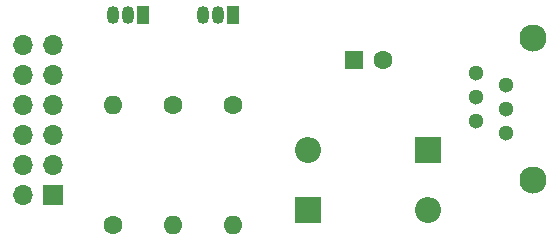
<source format=gbr>
%TF.GenerationSoftware,KiCad,Pcbnew,7.0.7*%
%TF.CreationDate,2023-08-25T15:40:09+02:00*%
%TF.ProjectId,blaat_p1if,626c6161-745f-4703-9169-662e6b696361,rev?*%
%TF.SameCoordinates,Original*%
%TF.FileFunction,Soldermask,Top*%
%TF.FilePolarity,Negative*%
%FSLAX46Y46*%
G04 Gerber Fmt 4.6, Leading zero omitted, Abs format (unit mm)*
G04 Created by KiCad (PCBNEW 7.0.7) date 2023-08-25 15:40:09*
%MOMM*%
%LPD*%
G01*
G04 APERTURE LIST*
%ADD10C,2.300000*%
%ADD11C,1.300000*%
%ADD12C,1.600000*%
%ADD13O,1.600000X1.600000*%
%ADD14R,1.700000X1.700000*%
%ADD15O,1.700000X1.700000*%
%ADD16R,1.600000X1.600000*%
%ADD17R,1.050000X1.500000*%
%ADD18O,1.050000X1.500000*%
%ADD19R,2.200000X2.200000*%
%ADD20O,2.200000X2.200000*%
G04 APERTURE END LIST*
D10*
%TO.C,J1*%
X139700000Y-55310000D03*
X139700000Y-67310000D03*
D11*
X134860000Y-58250000D03*
X137400000Y-59270000D03*
X134860000Y-60290000D03*
X137400000Y-61310000D03*
X134860000Y-62330000D03*
X137400000Y-63350000D03*
%TD*%
D12*
%TO.C,R3*%
X114300000Y-60960000D03*
D13*
X114300000Y-71120000D03*
%TD*%
D14*
%TO.C,J2*%
X99060000Y-68580000D03*
D15*
X96520000Y-68580000D03*
X99060000Y-66040000D03*
X96520000Y-66040000D03*
X99060000Y-63500000D03*
X96520000Y-63500000D03*
X99060000Y-60960000D03*
X96520000Y-60960000D03*
X99060000Y-58420000D03*
X96520000Y-58420000D03*
X99060000Y-55880000D03*
X96520000Y-55880000D03*
%TD*%
D16*
%TO.C,C1*%
X124500000Y-57150000D03*
D12*
X127000000Y-57150000D03*
%TD*%
D17*
%TO.C,Q1*%
X106680000Y-53340000D03*
D18*
X105410000Y-53340000D03*
X104140000Y-53340000D03*
%TD*%
D17*
%TO.C,Q2*%
X114300000Y-53340000D03*
D18*
X113030000Y-53340000D03*
X111760000Y-53340000D03*
%TD*%
D13*
%TO.C,R2*%
X109220000Y-71120000D03*
D12*
X109220000Y-60960000D03*
%TD*%
D19*
%TO.C,D2*%
X130810000Y-64770000D03*
D20*
X120650000Y-64770000D03*
%TD*%
D19*
%TO.C,D1*%
X120650000Y-69850000D03*
D20*
X130810000Y-69850000D03*
%TD*%
D12*
%TO.C,R1*%
X104140000Y-71120000D03*
D13*
X104140000Y-60960000D03*
%TD*%
M02*

</source>
